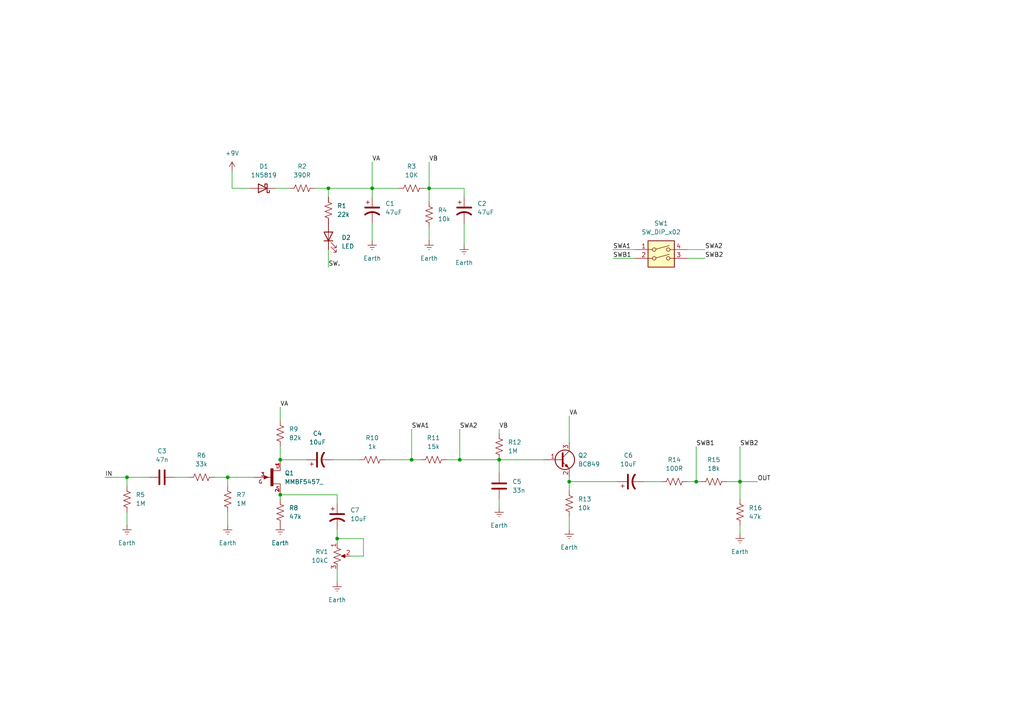
<source format=kicad_sch>
(kicad_sch (version 20231120) (generator "eeschema") (generator_version "8.0")
  (paper "A4")
  (lib_symbols
    (symbol "Device:C" (pin_numbers hide) (pin_names (offset 0.254))
      (property "Reference" "C" (at 0.635 2.54 0))
      (property "Value" "C" (at 0.635 -2.54 0))
      (symbol "C_0_1"
        (polyline (pts (xy -2.032 -0.762) (xy 2.032 -0.762)) (stroke (width 0.508)))
        (polyline (pts (xy -2.032 0.762) (xy 2.032 0.762)) (stroke (width 0.508)))
      )
      (symbol "C_1_1"
        (pin passive line (at 0 3.81 270) (length 2.794) (name "~") (number "1"))
        (pin passive line (at 0 -3.81 90) (length 2.794) (name "~") (number "2"))
      )
    )
    (symbol "Device:C_Polarized_US" (pin_numbers hide) (pin_names (offset 0.254) hide)
      (property "Reference" "C" (at 0.635 2.54 0))
      (property "Value" "C_Polarized_US" (at 0.635 -2.54 0))
      (symbol "C_Polarized_US_0_1"
        (polyline (pts (xy -2.032 0.762) (xy 2.032 0.762)) (stroke (width 0.508)))
        (polyline (pts (xy -1.778 2.286) (xy -0.762 2.286)))
        (polyline (pts (xy -1.27 1.778) (xy -1.27 2.794)))
        (arc (start 2.032 -1.27) (mid 0 -0.5572) (end -2.032 -1.27) (stroke (width 0.508)))
      )
      (symbol "C_Polarized_US_1_1"
        (pin passive line (at 0 3.81 270) (length 2.794) (name "~") (number "1"))
        (pin passive line (at 0 -3.81 90) (length 3.302) (name "~") (number "2"))
      )
    )
    (symbol "Device:LED" (pin_numbers hide) (pin_names (offset 1.016) hide)
      (property "Reference" "D" (at 0 2.54 0))
      (property "Value" "LED" (at 0 -2.54 0))
      (symbol "LED_0_1"
        (polyline (pts (xy -1.27 -1.27) (xy -1.27 1.27)) (stroke (width 0.254)))
        (polyline (pts (xy -1.27 0) (xy 1.27 0)))
        (polyline (pts (xy 1.27 -1.27) (xy 1.27 1.27) (xy -1.27 0) (xy 1.27 -1.27)) (stroke (width 0.254)))
        (polyline (pts (xy -3.048 -0.762) (xy -4.572 -2.286) (xy -3.81 -2.286) (xy -4.572 -2.286) (xy -4.572 -1.524)))
        (polyline (pts (xy -1.778 -0.762) (xy -3.302 -2.286) (xy -2.54 -2.286) (xy -3.302 -2.286) (xy -3.302 -1.524)))
      )
      (symbol "LED_1_1"
        (pin passive line (at -3.81 0 0) (length 2.54) (name "K") (number "1"))
        (pin passive line (at 3.81 0 180) (length 2.54) (name "A") (number "2"))
      )
    )
    (symbol "Device:R_Potentiometer_US" (pin_names (offset 1.016) hide)
      (property "Reference" "RV" (at -4.445 0 90))
      (property "Value" "R_Potentiometer_US" (at -2.54 0 90))
      (symbol "R_Potentiometer_US_0_1"
        (polyline (pts (xy 0 -2.286) (xy 0 -2.54)))
        (polyline (pts (xy 0 2.54) (xy 0 2.286)))
        (polyline (pts (xy 2.54 0) (xy 1.524 0)))
        (polyline (pts (xy 1.143 0) (xy 2.286 0.508) (xy 2.286 -0.508) (xy 1.143 0)) (fill (type outline)))
        (polyline (pts (xy 0 -0.762) (xy 1.016 -1.143) (xy 0 -1.524) (xy -1.016 -1.905) (xy 0 -2.286)))
        (polyline (pts (xy 0 0.762) (xy 1.016 0.381) (xy 0 0) (xy -1.016 -0.381) (xy 0 -0.762)))
        (polyline (pts (xy 0 2.286) (xy 1.016 1.905) (xy 0 1.524) (xy -1.016 1.143) (xy 0 0.762)))
      )
      (symbol "R_Potentiometer_US_1_1"
        (pin passive line (at 0 3.81 270) (length 1.27) (name "1") (number "1"))
        (pin passive line (at 3.81 0 180) (length 1.27) (name "2") (number "2"))
        (pin passive line (at 0 -3.81 90) (length 1.27) (name "3") (number "3"))
      )
    )
    (symbol "Device:R_US" (pin_numbers hide) (pin_names (offset 0))
      (property "Reference" "R" (at 2.54 0 90))
      (property "Value" "R_US" (at -2.54 0 90))
      (symbol "R_US_0_1"
        (polyline (pts (xy 0 -2.286) (xy 0 -2.54)))
        (polyline (pts (xy 0 2.286) (xy 0 2.54)))
        (polyline (pts (xy 0 -0.762) (xy 1.016 -1.143) (xy 0 -1.524) (xy -1.016 -1.905) (xy 0 -2.286)))
        (polyline (pts (xy 0 0.762) (xy 1.016 0.381) (xy 0 0) (xy -1.016 -0.381) (xy 0 -0.762)))
        (polyline (pts (xy 0 2.286) (xy 1.016 1.905) (xy 0 1.524) (xy -1.016 1.143) (xy 0 0.762)))
      )
      (symbol "R_US_1_1"
        (pin passive line (at 0 3.81 270) (length 1.27) (name "~") (number "1"))
        (pin passive line (at 0 -3.81 90) (length 1.27) (name "~") (number "2"))
      )
    )
    (symbol "Diode:1N5819" (pin_numbers hide) (pin_names (offset 1.016) hide)
      (property "Reference" "D" (at 0 2.54 0))
      (property "Value" "1N5819" (at 0 -2.54 0))
      (symbol "1N5819_0_1"
        (polyline (pts (xy 1.27 0) (xy -1.27 0)))
        (polyline (pts (xy 1.27 1.27) (xy 1.27 -1.27) (xy -1.27 0) (xy 1.27 1.27)) (stroke (width 0.254)))
        (polyline (pts (xy -1.905 0.635) (xy -1.905 1.27) (xy -1.27 1.27) (xy -1.27 -1.27) (xy -0.635 -1.27) (xy -0.635 -0.635)) (stroke (width 0.254)))
      )
      (symbol "1N5819_1_1"
        (pin passive line (at -3.81 0 0) (length 2.54) (name "K") (number "1"))
        (pin passive line (at 3.81 0 180) (length 2.54) (name "A") (number "2"))
      )
    )
    (symbol "EP Boost Symbols:MMBF5457_" (pin_names (offset 1.016))
      (property "Reference" "Q" (at -10.1748 4.9602 0))
      (property "Value" "MMBF5457_" (at -10.1714 2.5429 0))
      (symbol "MMBF5457__0_0"
        (rectangle (start -0.2542 -2.5424) (end 0.508 2.54) (stroke (width 0.1)) (fill (type outline)))
        (polyline (pts (xy -2.159 -0.508) (xy -0.889 0)) (stroke (width 0.1524)))
        (polyline (pts (xy -2.159 0.508) (xy -2.159 -0.508)) (stroke (width 0.1524)))
        (polyline (pts (xy -2.032 -0.254) (xy -1.397 0)) (stroke (width 0.3048)))
        (polyline (pts (xy -2.032 0.254) (xy -2.032 -0.254)) (stroke (width 0.3048)))
        (polyline (pts (xy -1.397 0) (xy -1.27 0)) (stroke (width 0.1524)))
        (polyline (pts (xy -1.27 0) (xy -2.032 0.254)) (stroke (width 0.3048)))
        (polyline (pts (xy -1.27 0) (xy -0.889 0)) (stroke (width 0.1524)))
        (polyline (pts (xy -0.889 0) (xy -2.159 0.508)) (stroke (width 0.1524)))
        (polyline (pts (xy 2.54 -2.54) (xy 2.54 -1.905)) (stroke (width 0.1524)))
        (polyline (pts (xy 2.54 -1.905) (xy 0.5334 -1.905)) (stroke (width 0.1524)))
        (polyline (pts (xy 2.54 1.905) (xy 0.508 1.905)) (stroke (width 0.1524)))
        (polyline (pts (xy 2.54 2.667) (xy 2.54 1.905)) (stroke (width 0.1524)))
        (text "D" (at 1.2714 2.5427 0) (effects (font (size 1.0171 1.0171)) (justify left bottom)))
        (text "G" (at -3.8134 -1.9067 0) (effects (font (size 1.0169 1.0169)) (justify left bottom)))
        (text "S" (at 1.271 -3.8131 0) (effects (font (size 1.0168 1.0168)) (justify left bottom)))
        (pin passive line (at 2.54 5.08 270) (length 2.54) (name "~") (number "1"))
        (pin passive line (at 2.54 -5.08 90) (length 2.54) (name "~") (number "2"))
        (pin passive line (at -5.08 0 0) (length 5.08) (name "~") (number "3"))
      )
    )
    (symbol "Switch:SW_DIP_x02" (pin_names (offset 0) hide)
      (property "Reference" "SW" (at 0 6.35 0))
      (property "Value" "SW_DIP_x02" (at 0 -3.81 0))
      (symbol "SW_DIP_x02_0_0"
        (circle (center -2.032 0) (radius 0.508))
        (circle (center -2.032 2.54) (radius 0.508))
        (polyline (pts (xy -1.524 0.127) (xy 2.3622 1.1684)))
        (polyline (pts (xy -1.524 2.667) (xy 2.3622 3.7084)))
        (circle (center 2.032 0) (radius 0.508))
        (circle (center 2.032 2.54) (radius 0.508))
      )
      (symbol "SW_DIP_x02_0_1"
        (rectangle (start -3.81 5.08) (end 3.81 -2.54) (stroke (width 0.254)) (fill (type background)))
      )
      (symbol "SW_DIP_x02_1_1"
        (pin passive line (at -7.62 2.54 0) (length 5.08) (name "~") (number "1"))
        (pin passive line (at -7.62 0 0) (length 5.08) (name "~") (number "2"))
        (pin passive line (at 7.62 0 180) (length 5.08) (name "~") (number "3"))
        (pin passive line (at 7.62 2.54 180) (length 5.08) (name "~") (number "4"))
      )
    )
    (symbol "Transistor_BJT:BC849" (pin_names (offset 0) hide)
      (property "Reference" "Q" (at 5.08 1.905 0))
      (property "Value" "BC849" (at 5.08 0 0))
      (symbol "BC849_0_1"
        (polyline (pts (xy 0.635 0.635) (xy 2.54 2.54)))
        (polyline (pts (xy 0.635 -0.635) (xy 2.54 -2.54) (xy 2.54 -2.54)))
        (polyline (pts (xy 0.635 1.905) (xy 0.635 -1.905) (xy 0.635 -1.905)) (stroke (width 0.508)))
        (polyline (pts (xy 1.27 -1.778) (xy 1.778 -1.27) (xy 2.286 -2.286) (xy 1.27 -1.778) (xy 1.27 -1.778)) (fill (type outline)))
        (circle (center 1.27 0) (radius 2.8194) (stroke (width 0.254)))
      )
      (symbol "BC849_1_1"
        (pin input line (at -5.08 0 0) (length 5.715) (name "B") (number "1"))
        (pin passive line (at 2.54 -5.08 90) (length 2.54) (name "E") (number "2"))
        (pin passive line (at 2.54 5.08 270) (length 2.54) (name "C") (number "3"))
      )
    )
    (symbol "power:+9V" (power) (pin_numbers hide) (pin_names (offset 0) hide)
      (property "Value" "+9V" (at 0 3.556 0))
      (symbol "+9V_0_1"
        (polyline (pts (xy -0.762 1.27) (xy 0 2.54)))
        (polyline (pts (xy 0 0) (xy 0 2.54)))
        (polyline (pts (xy 0 2.54) (xy 0.762 1.27)))
      )
      (symbol "+9V_1_1"
        (pin power_in line (at 0 0 90) (length 0) (name "~") (number "1"))
      )
    )
    (symbol "power:Earth" (power) (pin_numbers hide) (pin_names (offset 0) hide)
      (property "Value" "Earth" (at 0 -3.81 0))
      (symbol "Earth_0_1"
        (polyline (pts (xy -0.635 -1.905) (xy 0.635 -1.905)))
        (polyline (pts (xy -0.127 -2.54) (xy 0.127 -2.54)))
        (polyline (pts (xy 0 -1.27) (xy 0 0)))
        (polyline (pts (xy 1.27 -1.27) (xy -1.27 -1.27)))
      )
      (symbol "Earth_1_1"
        (pin power_in line (at 0 0 270) (length 0) (name "~") (number "1"))
      )
    )
  )
  (junction (at 201.93 139.7))
  (junction (at 165.1 139.7))
  (junction (at 81.28 133.35))
  (junction (at 144.78 133.35))
  (junction (at 107.95 54.61))
  (junction (at 95.25 54.61))
  (junction (at 124.46 54.61))
  (junction (at 214.63 139.7))
  (junction (at 81.28 143.51))
  (junction (at 119.38 133.35))
  (junction (at 97.79 156.21))
  (junction (at 66.04 138.43))
  (junction (at 133.35 133.35))
  (junction (at 36.83 138.43))
  (wire (pts (xy 105.41 156.21) (xy 105.41 161.29)))
  (wire (pts (xy 81.28 118.11) (xy 81.28 121.92)))
  (wire (pts (xy 91.44 54.61) (xy 95.25 54.61)))
  (wire (pts (xy 111.76 133.35) (xy 119.38 133.35)))
  (wire (pts (xy 214.63 152.4) (xy 214.63 154.94)))
  (wire (pts (xy 95.25 72.39) (xy 95.25 77.47)))
  (wire (pts (xy 36.83 148.59) (xy 36.83 152.4)))
  (wire (pts (xy 81.28 129.54) (xy 81.28 133.35)))
  (wire (pts (xy 165.1 139.7) (xy 165.1 142.24)))
  (wire (pts (xy 165.1 120.65) (xy 165.1 128.27)))
  (wire (pts (xy 177.8 74.93) (xy 184.15 74.93)))
  (wire (pts (xy 144.78 124.46) (xy 144.78 125.73)))
  (wire (pts (xy 81.28 143.51) (xy 97.79 143.51)))
  (wire (pts (xy 134.62 64.77) (xy 134.62 71.12)))
  (wire (pts (xy 105.41 161.29) (xy 101.6 161.29)))
  (wire (pts (xy 210.82 139.7) (xy 214.63 139.7)))
  (wire (pts (xy 124.46 66.04) (xy 124.46 69.85)))
  (wire (pts (xy 97.79 165.1) (xy 97.79 168.91)))
  (wire (pts (xy 199.39 72.39) (xy 204.47 72.39)))
  (wire (pts (xy 107.95 46.99) (xy 107.95 54.61)))
  (wire (pts (xy 165.1 149.86) (xy 165.1 153.67)))
  (wire (pts (xy 96.52 133.35) (xy 104.14 133.35)))
  (wire (pts (xy 133.35 133.35) (xy 144.78 133.35)))
  (wire (pts (xy 72.39 54.61) (xy 67.31 54.61)))
  (wire (pts (xy 201.93 139.7) (xy 203.2 139.7)))
  (wire (pts (xy 97.79 143.51) (xy 97.79 146.05)))
  (wire (pts (xy 186.69 139.7) (xy 191.77 139.7)))
  (wire (pts (xy 133.35 124.46) (xy 133.35 133.35)))
  (wire (pts (xy 165.1 139.7) (xy 179.07 139.7)))
  (wire (pts (xy 165.1 138.43) (xy 165.1 139.7)))
  (wire (pts (xy 124.46 54.61) (xy 134.62 54.61)))
  (wire (pts (xy 50.8 138.43) (xy 54.61 138.43)))
  (wire (pts (xy 144.78 133.35) (xy 157.48 133.35)))
  (wire (pts (xy 62.23 138.43) (xy 66.04 138.43)))
  (wire (pts (xy 66.04 138.43) (xy 66.04 140.97)))
  (wire (pts (xy 199.39 74.93) (xy 204.47 74.93)))
  (wire (pts (xy 107.95 64.77) (xy 107.95 69.85)))
  (wire (pts (xy 66.04 138.43) (xy 73.66 138.43)))
  (wire (pts (xy 97.79 156.21) (xy 97.79 157.48)))
  (wire (pts (xy 81.28 133.35) (xy 88.9 133.35)))
  (wire (pts (xy 214.63 139.7) (xy 219.71 139.7)))
  (wire (pts (xy 124.46 54.61) (xy 124.46 58.42)))
  (wire (pts (xy 144.78 133.35) (xy 144.78 137.16)))
  (wire (pts (xy 124.46 46.99) (xy 124.46 54.61)))
  (wire (pts (xy 124.46 54.61) (xy 123.19 54.61)))
  (wire (pts (xy 36.83 138.43) (xy 43.18 138.43)))
  (wire (pts (xy 119.38 133.35) (xy 121.92 133.35)))
  (wire (pts (xy 201.93 129.54) (xy 201.93 139.7)))
  (wire (pts (xy 66.04 148.59) (xy 66.04 152.4)))
  (wire (pts (xy 129.54 133.35) (xy 133.35 133.35)))
  (wire (pts (xy 36.83 138.43) (xy 36.83 140.97)))
  (wire (pts (xy 67.31 54.61) (xy 67.31 49.53)))
  (wire (pts (xy 83.82 54.61) (xy 80.01 54.61)))
  (wire (pts (xy 119.38 124.46) (xy 119.38 133.35)))
  (wire (pts (xy 107.95 54.61) (xy 107.95 57.15)))
  (wire (pts (xy 199.39 139.7) (xy 201.93 139.7)))
  (wire (pts (xy 81.28 143.51) (xy 81.28 144.78)))
  (wire (pts (xy 214.63 129.54) (xy 214.63 139.7)))
  (wire (pts (xy 144.78 144.78) (xy 144.78 147.32)))
  (wire (pts (xy 97.79 153.67) (xy 97.79 156.21)))
  (wire (pts (xy 214.63 139.7) (xy 214.63 144.78)))
  (wire (pts (xy 107.95 54.61) (xy 115.57 54.61)))
  (wire (pts (xy 134.62 54.61) (xy 134.62 57.15)))
  (wire (pts (xy 95.25 54.61) (xy 107.95 54.61)))
  (wire (pts (xy 97.79 156.21) (xy 105.41 156.21)))
  (wire (pts (xy 95.25 54.61) (xy 95.25 57.15)))
  (wire (pts (xy 177.8 72.39) (xy 184.15 72.39)))
  (wire (pts (xy 30.48 138.43) (xy 36.83 138.43)))
  (label "SWA2" (at 133.35 124.46 0))
  (label "SWB2" (at 204.47 74.93 0))
  (label "SWA2" (at 204.47 72.39 0))
  (label "SW." (at 95.25 77.47 0))
  (label "SWB2" (at 214.63 129.54 0))
  (label "SWB1" (at 201.93 129.54 0))
  (label "VA" (at 165.1 120.65 0))
  (label "VA" (at 81.28 118.11 0))
  (label "SWA1" (at 119.38 124.46 0))
  (label "OUT" (at 219.71 139.7 0))
  (label "SWB1" (at 177.8 74.93 0))
  (label "IN" (at 30.48 138.43 0))
  (label "VB" (at 124.46 46.99 0))
  (label "VA" (at 107.95 46.99 0))
  (label "VB" (at 144.78 124.46 0))
  (label "SWA1" (at 177.8 72.39 0))
  (symbol (lib_id "Device:R_US") (at 144.78 129.54 0) (unit 1)
    (property "Reference" "R12" (at 147.32 128.2699 0) (effects (justify left)))
    (property "Value" "1M" (at 147.32 130.8099 0) (effects (justify left)))
    (property "Description" "Resistor, US symbol" (effects (hide yes)))
  )
  (symbol (lib_id "Device:R_US") (at 119.38 54.61 90) (unit 1)
    (property "Reference" "R3" (at 119.38 48.26 90))
    (property "Value" "10K" (at 119.38 50.8 90))
    (property "Description" "Resistor, US symbol" (effects (hide yes)))
  )
  (symbol (lib_id "Device:C") (at 144.78 140.97 0) (unit 1)
    (property "Reference" "C5" (at 148.59 139.6999 0) (effects (justify left)))
    (property "Value" "33n" (at 148.59 142.2399 0) (effects (justify left)))
    (property "Description" "Unpolarized capacitor" (effects (hide yes)))
  )
  (symbol (lib_id "Device:R_US") (at 81.28 148.59 0) (unit 1)
    (property "Reference" "R8" (at 83.82 147.3199 0) (effects (justify left)))
    (property "Value" "47k" (at 83.82 149.8599 0) (effects (justify left)))
    (property "Description" "Resistor, US symbol" (effects (hide yes)))
  )
  (symbol (lib_id "Device:R_US") (at 207.01 139.7 90) (unit 1)
    (property "Reference" "R15" (at 207.01 133.35 90))
    (property "Value" "18k" (at 207.01 135.89 90))
    (property "Description" "Resistor, US symbol" (effects (hide yes)))
  )
  (symbol (lib_id "power:+9V") (at 67.31 49.53 0) (unit 1)
    (property "Reference" "#PWR01" (effects (hide yes)))
    (property "Value" "+9V" (at 67.31 44.45 0))
    (property "Description" "Power symbol creates a global label with name \"+9V\"" (effects (hide yes)))
  )
  (symbol (lib_id "Device:R_US") (at 95.25 60.96 0) (unit 1)
    (property "Reference" "R1" (at 97.79 59.6899 0) (effects (justify left)))
    (property "Value" "22k" (at 97.79 62.2299 0) (effects (justify left)))
    (property "Description" "Resistor, US symbol" (effects (hide yes)))
  )
  (symbol (lib_id "Device:R_US") (at 58.42 138.43 90) (unit 1)
    (property "Reference" "R6" (at 58.42 132.08 90))
    (property "Value" "33k" (at 58.42 134.62 90))
    (property "Description" "Resistor, US symbol" (effects (hide yes)))
  )
  (symbol (lib_id "power:Earth") (at 36.83 152.4 0) (unit 1)
    (property "Reference" "#PWR05" (effects (hide yes)))
    (property "Value" "Earth" (at 36.83 157.48 0))
    (property "Description" "Power symbol creates a global label with name \"Earth\"" (effects (hide yes)))
  )
  (symbol (lib_id "power:Earth") (at 134.62 71.12 0) (unit 1)
    (property "Reference" "#PWR04" (effects (hide yes)))
    (property "Value" "Earth" (at 134.62 76.2 0))
    (property "Description" "Power symbol creates a global label with name \"Earth\"" (effects (hide yes)))
  )
  (symbol (lib_id "Device:C_Polarized_US") (at 92.71 133.35 90) (unit 1)
    (property "Reference" "C4" (at 92.075 125.73 90))
    (property "Value" "10uF" (at 92.075 128.27 90))
    (property "Description" "Polarized capacitor, US symbol" (effects (hide yes)))
  )
  (symbol (lib_id "power:Earth") (at 124.46 69.85 0) (unit 1)
    (property "Reference" "#PWR03" (effects (hide yes)))
    (property "Value" "Earth" (at 124.46 74.93 0))
    (property "Description" "Power symbol creates a global label with name \"Earth\"" (effects (hide yes)))
  )
  (symbol (lib_id "Device:R_US") (at 125.73 133.35 90) (unit 1)
    (property "Reference" "R11" (at 125.73 127 90))
    (property "Value" "15k" (at 125.73 129.54 90))
    (property "Description" "Resistor, US symbol" (effects (hide yes)))
  )
  (symbol (lib_id "Device:C_Polarized_US") (at 107.95 60.96 0) (unit 1)
    (property "Reference" "C1" (at 111.76 59.0549 0) (effects (justify left)))
    (property "Value" "47uF" (at 111.76 61.5949 0) (effects (justify left)))
    (property "Description" "Polarized capacitor, US symbol" (effects (hide yes)))
  )
  (symbol (lib_id "Device:R_US") (at 81.28 125.73 0) (unit 1)
    (property "Reference" "R9" (at 83.82 124.4599 0) (effects (justify left)))
    (property "Value" "82k" (at 83.82 126.9999 0) (effects (justify left)))
    (property "Description" "Resistor, US symbol" (effects (hide yes)))
  )
  (symbol (lib_id "Device:R_US") (at 214.63 148.59 0) (unit 1)
    (property "Reference" "R16" (at 217.17 147.3199 0) (effects (justify left)))
    (property "Value" "47k" (at 217.17 149.8599 0) (effects (justify left)))
    (property "Description" "Resistor, US symbol" (effects (hide yes)))
  )
  (symbol (lib_id "Switch:SW_DIP_x02") (at 191.77 74.93 0) (unit 1)
    (property "Reference" "SW1" (at 191.77 64.77 0))
    (property "Value" "SW_DIP_x02" (at 191.77 67.31 0))
    (property "Description" "2x DIP Switch, Single Pole Single Throw (SPST) switch, small symbol" (effects (hide yes)))
  )
  (symbol (lib_id "Device:C_Polarized_US") (at 97.79 149.86 0) (unit 1)
    (property "Reference" "C7" (at 101.6 147.9549 0) (effects (justify left)))
    (property "Value" "10uF" (at 101.6 150.4949 0) (effects (justify left)))
    (property "Description" "Polarized capacitor, US symbol" (effects (hide yes)))
  )
  (symbol (lib_id "power:Earth") (at 107.95 69.85 0) (unit 1)
    (property "Reference" "#PWR02" (effects (hide yes)))
    (property "Value" "Earth" (at 107.95 74.93 0))
    (property "Description" "Power symbol creates a global label with name \"Earth\"" (effects (hide yes)))
  )
  (symbol (lib_id "Device:R_US") (at 36.83 144.78 0) (unit 1)
    (property "Reference" "R5" (at 39.37 143.5099 0) (effects (justify left)))
    (property "Value" "1M" (at 39.37 146.0499 0) (effects (justify left)))
    (property "Description" "Resistor, US symbol" (effects (hide yes)))
  )
  (symbol (lib_id "Device:R_US") (at 195.58 139.7 90) (unit 1)
    (property "Reference" "R14" (at 195.58 133.35 90))
    (property "Value" "100R" (at 195.58 135.89 90))
    (property "Description" "Resistor, US symbol" (effects (hide yes)))
  )
  (symbol (lib_id "Device:R_US") (at 107.95 133.35 90) (unit 1)
    (property "Reference" "R10" (at 107.95 127 90))
    (property "Value" "1k" (at 107.95 129.54 90))
    (property "Description" "Resistor, US symbol" (effects (hide yes)))
  )
  (symbol (lib_id "power:Earth") (at 214.63 154.94 0) (unit 1)
    (property "Reference" "#PWR010" (effects (hide yes)))
    (property "Value" "Earth" (at 214.63 160.02 0))
    (property "Description" "Power symbol creates a global label with name \"Earth\"" (effects (hide yes)))
  )
  (symbol (lib_id "Device:C") (at 46.99 138.43 90) (unit 1)
    (property "Reference" "C3" (at 46.99 130.81 90))
    (property "Value" "47n" (at 46.99 133.35 90))
    (property "Description" "Unpolarized capacitor" (effects (hide yes)))
  )
  (symbol (lib_id "Device:R_US") (at 87.63 54.61 270) (unit 1)
    (property "Reference" "R2" (at 87.63 48.26 90))
    (property "Value" "390R" (at 87.63 50.8 90))
    (property "Description" "Resistor, US symbol" (effects (hide yes)))
  )
  (symbol (lib_id "Device:C_Polarized_US") (at 134.62 60.96 0) (unit 1)
    (property "Reference" "C2" (at 138.43 59.0549 0) (effects (justify left)))
    (property "Value" "47uF" (at 138.43 61.5949 0) (effects (justify left)))
    (property "Description" "Polarized capacitor, US symbol" (effects (hide yes)))
  )
  (symbol (lib_id "Device:R_US") (at 66.04 144.78 0) (unit 1)
    (property "Reference" "R7" (at 68.58 143.5099 0) (effects (justify left)))
    (property "Value" "1M" (at 68.58 146.0499 0) (effects (justify left)))
    (property "Description" "Resistor, US symbol" (effects (hide yes)))
  )
  (symbol (lib_id "Device:R_US") (at 165.1 146.05 0) (unit 1)
    (property "Reference" "R13" (at 167.64 144.7799 0) (effects (justify left)))
    (property "Value" "10k" (at 167.64 147.3199 0) (effects (justify left)))
    (property "Description" "Resistor, US symbol" (effects (hide yes)))
  )
  (symbol (lib_id "Device:R_US") (at 124.46 62.23 0) (unit 1)
    (property "Reference" "R4" (at 127 60.9599 0) (effects (justify left)))
    (property "Value" "10k" (at 127 63.4999 0) (effects (justify left)))
    (property "Description" "Resistor, US symbol" (effects (hide yes)))
  )
  (symbol (lib_id "power:Earth") (at 144.78 147.32 0) (unit 1)
    (property "Reference" "#PWR08" (effects (hide yes)))
    (property "Value" "Earth" (at 144.78 152.4 0))
    (property "Description" "Power symbol creates a global label with name \"Earth\"" (effects (hide yes)))
  )
  (symbol (lib_id "power:Earth") (at 97.79 168.91 0) (unit 1)
    (property "Reference" "#PWR011" (effects (hide yes)))
    (property "Value" "Earth" (at 97.79 173.99 0))
    (property "Description" "Power symbol creates a global label with name \"Earth\"" (effects (hide yes)))
  )
  (symbol (lib_id "Device:C_Polarized_US") (at 182.88 139.7 90) (unit 1)
    (property "Reference" "C6" (at 182.245 132.08 90))
    (property "Value" "10uF" (at 182.245 134.62 90))
    (property "Description" "Polarized capacitor, US symbol" (effects (hide yes)))
  )
  (symbol (lib_id "Transistor_BJT:BC849") (at 162.56 133.35 0) (unit 1)
    (property "Reference" "Q2" (at 167.64 132.0799 0) (effects (justify left)))
    (property "Value" "BC849" (at 167.64 134.6199 0) (effects (justify left)))
    (property "Footprint" "Package_TO_SOT_SMD:SOT-23" (effects (hide yes)))
    (property "Datasheet" "http://www.infineon.com/dgdl/Infineon-BC847SERIES_BC848SERIES_BC849SERIES_BC850SERIES-DS-v01_01-en.pdf?fileId=db3a304314dca389011541d4630a1657" (effects (hide yes)))
    (property "Description" "0.1A Ic, 30V Vce, NPN Transistor, SOT-23" (effects (hide yes)))
  )
  (symbol (lib_id "EP Boost Symbols:MMBF5457_") (at 78.74 138.43 0) (unit 1)
    (property "Reference" "Q1" (at 82.55 137.2147 0) (effects (justify left)))
    (property "Value" "MMBF5457_" (at 82.55 139.7547 0) (effects (justify left)))
    (property "Footprint" "MMBF5457_:SOT23" (effects (hide yes)))
    (property "DigiKey_Part_Number" "MMBF5457TR-ND" (effects (hide yes)))
    (property "SnapEDA_Link" "https://www.snapeda.com/parts/MMBF5457/Onsemi/view-part/?ref=snap" (effects (hide yes)))
    (property "Description_1" "\n                        \n                            JFET N-Channel 25 V 350 mW Surface Mount SOT-23-3\n                        \n" (effects (hide yes)))
    (property "MF" "ON Semiconductor" (effects (hide yes)))
    (property "Package" "SOT-23-3 ON Semiconductor" (effects (hide yes)))
    (property "Check_prices" "https://www.snapeda.com/parts/MMBF5457/Onsemi/view-part/?ref=eda" (effects (hide yes)))
    (property "MP" "MMBF5457" (effects (hide yes)))
  )
  (symbol (lib_id "power:Earth") (at 66.04 152.4 0) (unit 1)
    (property "Reference" "#PWR06" (effects (hide yes)))
    (property "Value" "Earth" (at 66.04 157.48 0))
    (property "Description" "Power symbol creates a global label with name \"Earth\"" (effects (hide yes)))
  )
  (symbol (lib_id "power:Earth") (at 165.1 153.67 0) (unit 1)
    (property "Reference" "#PWR09" (effects (hide yes)))
    (property "Value" "Earth" (at 165.1 158.75 0))
    (property "Description" "Power symbol creates a global label with name \"Earth\"" (effects (hide yes)))
  )
  (symbol (lib_id "power:Earth") (at 81.28 152.4 0) (unit 1)
    (property "Reference" "#PWR07" (effects (hide yes)))
    (property "Value" "Earth" (at 81.28 157.48 0))
    (property "Description" "Power symbol creates a global label with name \"Earth\"" (effects (hide yes)))
  )
  (symbol (lib_id "Device:R_Potentiometer_US") (at 97.79 161.29 0) (unit 1)
    (property "Reference" "RV1" (at 95.25 160.0199 0) (effects (justify right)))
    (property "Value" "10kC" (at 95.25 162.5599 0) (effects (justify right)))
    (property "Description" "Potentiometer, US symbol" (effects (hide yes)))
  )
  (symbol (lib_id "Device:LED") (at 95.25 68.58 90) (unit 1)
    (property "Reference" "D2" (at 99.06 68.8974 90) (effects (justify right)))
    (property "Value" "LED" (at 99.06 71.4374 90) (effects (justify right)))
    (property "Description" "Light emitting diode" (effects (hide yes)))
  )
  (symbol (lib_id "Diode:1N5819") (at 76.2 54.61 180) (unit 1)
    (property "Reference" "D1" (at 76.5175 48.26 0))
    (property "Value" "1N5819" (at 76.5175 50.8 0))
    (property "Footprint" "Diode_THT:D_DO-41_SOD81_P10.16mm_Horizontal" (effects (hide yes)))
    (property "Datasheet" "http://www.vishay.com/docs/88525/1n5817.pdf" (effects (hide yes)))
    (property "Description" "40V 1A Schottky Barrier Rectifier Diode, DO-41" (effects (hide yes)))
  )
)
</source>
